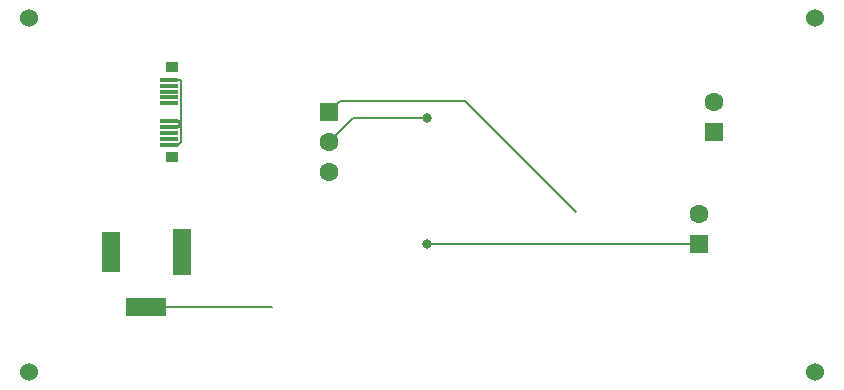
<source format=gbl>
G04*
G04 #@! TF.GenerationSoftware,Altium Limited,Altium Designer,19.1.6 (110)*
G04*
G04 Layer_Physical_Order=2*
G04 Layer_Color=16711680*
%FSLAX25Y25*%
%MOIN*%
G70*
G01*
G75*
%ADD34R,0.05906X0.01378*%
%ADD44C,0.00591*%
%ADD46C,0.06000*%
%ADD47R,0.06299X0.06299*%
%ADD48C,0.06299*%
%ADD49R,0.13780X0.05906*%
%ADD50R,0.05906X0.13780*%
%ADD51R,0.05906X0.15748*%
%ADD52C,0.03150*%
%ADD53C,0.00100*%
%ADD54R,0.03937X0.03543*%
D34*
X51772Y102327D02*
D03*
Y100358D02*
D03*
Y98390D02*
D03*
Y96421D02*
D03*
Y94453D02*
D03*
Y88547D02*
D03*
Y86579D02*
D03*
Y84610D02*
D03*
Y82642D02*
D03*
Y80673D02*
D03*
D44*
X150300Y95200D02*
X187411Y58089D01*
X55200Y102327D02*
X55700D01*
X55200D02*
X55700Y101827D01*
Y81600D02*
Y101827D01*
X54773Y80673D02*
X55700Y81600D01*
X44000Y26526D02*
X85826D01*
X136668Y47349D02*
X136919Y47600D01*
X224900D01*
X224970Y47530D01*
X228400D01*
X51772Y102327D02*
X55200D01*
X51772Y80673D02*
X54773D01*
X104900Y91530D02*
X108570Y95200D01*
X150300D01*
X104900Y81530D02*
X113081Y89711D01*
X136668D01*
X51772Y86579D02*
X55059D01*
Y89000D01*
D46*
X267000Y123000D02*
D03*
Y5000D02*
D03*
X5000D02*
D03*
Y123000D02*
D03*
D47*
X228400Y47530D02*
D03*
X104900Y91530D02*
D03*
X233400Y85030D02*
D03*
D48*
X228400Y57530D02*
D03*
X104900Y81530D02*
D03*
Y71530D02*
D03*
X233400Y95030D02*
D03*
D49*
X44000Y26526D02*
D03*
D50*
X32189Y45030D02*
D03*
D51*
X55811D02*
D03*
D52*
X137500Y47500D02*
D03*
Y89500D02*
D03*
D53*
X55700Y102327D02*
D03*
X85826Y26526D02*
D03*
X187411Y58089D02*
D03*
X55059Y89000D02*
D03*
D54*
X52756Y106559D02*
D03*
Y76441D02*
D03*
M02*

</source>
